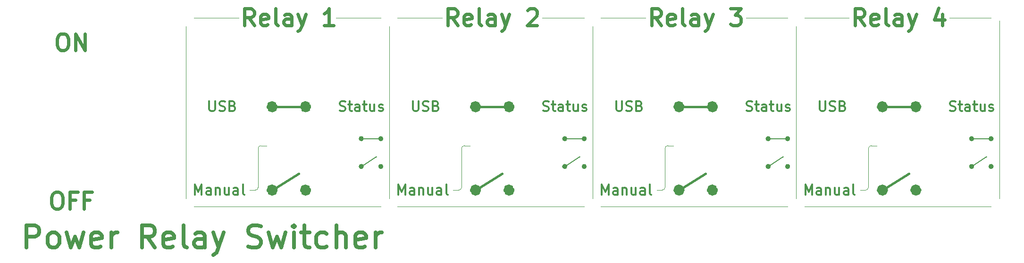
<source format=gto>
%TF.GenerationSoftware,KiCad,Pcbnew,5.1.10-88a1d61d58~90~ubuntu20.04.1*%
%TF.CreationDate,2021-10-18T00:15:20+03:00*%
%TF.ProjectId,PRS_front_panel,5052535f-6672-46f6-9e74-5f70616e656c,rev?*%
%TF.SameCoordinates,Original*%
%TF.FileFunction,Legend,Top*%
%TF.FilePolarity,Positive*%
%FSLAX46Y46*%
G04 Gerber Fmt 4.6, Leading zero omitted, Abs format (unit mm)*
G04 Created by KiCad (PCBNEW 5.1.10-88a1d61d58~90~ubuntu20.04.1) date 2021-10-18 00:15:20*
%MOMM*%
%LPD*%
G01*
G04 APERTURE LIST*
%ADD10C,0.120000*%
%ADD11C,0.600000*%
%ADD12C,0.200000*%
%ADD13C,0.400000*%
%ADD14C,0.350000*%
%ADD15C,1.000000*%
%ADD16C,0.700000*%
G04 APERTURE END LIST*
D10*
X239000000Y-88500000D02*
X239000000Y-56500000D01*
D11*
X214785714Y-57357142D02*
X213785714Y-55928571D01*
X213071428Y-57357142D02*
X213071428Y-54357142D01*
X214214285Y-54357142D01*
X214500000Y-54500000D01*
X214642857Y-54642857D01*
X214785714Y-54928571D01*
X214785714Y-55357142D01*
X214642857Y-55642857D01*
X214500000Y-55785714D01*
X214214285Y-55928571D01*
X213071428Y-55928571D01*
X217214285Y-57214285D02*
X216928571Y-57357142D01*
X216357142Y-57357142D01*
X216071428Y-57214285D01*
X215928571Y-56928571D01*
X215928571Y-55785714D01*
X216071428Y-55500000D01*
X216357142Y-55357142D01*
X216928571Y-55357142D01*
X217214285Y-55500000D01*
X217357142Y-55785714D01*
X217357142Y-56071428D01*
X215928571Y-56357142D01*
X219071428Y-57357142D02*
X218785714Y-57214285D01*
X218642857Y-56928571D01*
X218642857Y-54357142D01*
X221500000Y-57357142D02*
X221500000Y-55785714D01*
X221357142Y-55500000D01*
X221071428Y-55357142D01*
X220500000Y-55357142D01*
X220214285Y-55500000D01*
X221500000Y-57214285D02*
X221214285Y-57357142D01*
X220500000Y-57357142D01*
X220214285Y-57214285D01*
X220071428Y-56928571D01*
X220071428Y-56642857D01*
X220214285Y-56357142D01*
X220500000Y-56214285D01*
X221214285Y-56214285D01*
X221500000Y-56071428D01*
X222642857Y-55357142D02*
X223357142Y-57357142D01*
X224071428Y-55357142D02*
X223357142Y-57357142D01*
X223071428Y-58071428D01*
X222928571Y-58214285D01*
X222642857Y-58357142D01*
X228785714Y-55357142D02*
X228785714Y-57357142D01*
X228071428Y-54214285D02*
X227357142Y-56357142D01*
X229214285Y-56357142D01*
X178285714Y-57357142D02*
X177285714Y-55928571D01*
X176571428Y-57357142D02*
X176571428Y-54357142D01*
X177714285Y-54357142D01*
X178000000Y-54500000D01*
X178142857Y-54642857D01*
X178285714Y-54928571D01*
X178285714Y-55357142D01*
X178142857Y-55642857D01*
X178000000Y-55785714D01*
X177714285Y-55928571D01*
X176571428Y-55928571D01*
X180714285Y-57214285D02*
X180428571Y-57357142D01*
X179857142Y-57357142D01*
X179571428Y-57214285D01*
X179428571Y-56928571D01*
X179428571Y-55785714D01*
X179571428Y-55500000D01*
X179857142Y-55357142D01*
X180428571Y-55357142D01*
X180714285Y-55500000D01*
X180857142Y-55785714D01*
X180857142Y-56071428D01*
X179428571Y-56357142D01*
X182571428Y-57357142D02*
X182285714Y-57214285D01*
X182142857Y-56928571D01*
X182142857Y-54357142D01*
X185000000Y-57357142D02*
X185000000Y-55785714D01*
X184857142Y-55500000D01*
X184571428Y-55357142D01*
X184000000Y-55357142D01*
X183714285Y-55500000D01*
X185000000Y-57214285D02*
X184714285Y-57357142D01*
X184000000Y-57357142D01*
X183714285Y-57214285D01*
X183571428Y-56928571D01*
X183571428Y-56642857D01*
X183714285Y-56357142D01*
X184000000Y-56214285D01*
X184714285Y-56214285D01*
X185000000Y-56071428D01*
X186142857Y-55357142D02*
X186857142Y-57357142D01*
X187571428Y-55357142D02*
X186857142Y-57357142D01*
X186571428Y-58071428D01*
X186428571Y-58214285D01*
X186142857Y-58357142D01*
X190714285Y-54357142D02*
X192571428Y-54357142D01*
X191571428Y-55500000D01*
X192000000Y-55500000D01*
X192285714Y-55642857D01*
X192428571Y-55785714D01*
X192571428Y-56071428D01*
X192571428Y-56785714D01*
X192428571Y-57071428D01*
X192285714Y-57214285D01*
X192000000Y-57357142D01*
X191142857Y-57357142D01*
X190857142Y-57214285D01*
X190714285Y-57071428D01*
D12*
X234000000Y-77750000D02*
X237500000Y-77750000D01*
D13*
X218000000Y-87000000D02*
X222750000Y-84000000D01*
D10*
X204000000Y-56000000D02*
X212000000Y-56000000D01*
D14*
X230100000Y-72728571D02*
X230357142Y-72814285D01*
X230785714Y-72814285D01*
X230957142Y-72728571D01*
X231042857Y-72642857D01*
X231128571Y-72471428D01*
X231128571Y-72300000D01*
X231042857Y-72128571D01*
X230957142Y-72042857D01*
X230785714Y-71957142D01*
X230442857Y-71871428D01*
X230271428Y-71785714D01*
X230185714Y-71700000D01*
X230100000Y-71528571D01*
X230100000Y-71357142D01*
X230185714Y-71185714D01*
X230271428Y-71100000D01*
X230442857Y-71014285D01*
X230871428Y-71014285D01*
X231128571Y-71100000D01*
X231642857Y-71614285D02*
X232328571Y-71614285D01*
X231900000Y-71014285D02*
X231900000Y-72557142D01*
X231985714Y-72728571D01*
X232157142Y-72814285D01*
X232328571Y-72814285D01*
X233700000Y-72814285D02*
X233700000Y-71871428D01*
X233614285Y-71700000D01*
X233442857Y-71614285D01*
X233100000Y-71614285D01*
X232928571Y-71700000D01*
X233700000Y-72728571D02*
X233528571Y-72814285D01*
X233100000Y-72814285D01*
X232928571Y-72728571D01*
X232842857Y-72557142D01*
X232842857Y-72385714D01*
X232928571Y-72214285D01*
X233100000Y-72128571D01*
X233528571Y-72128571D01*
X233700000Y-72042857D01*
X234300000Y-71614285D02*
X234985714Y-71614285D01*
X234557142Y-71014285D02*
X234557142Y-72557142D01*
X234642857Y-72728571D01*
X234814285Y-72814285D01*
X234985714Y-72814285D01*
X236357142Y-71614285D02*
X236357142Y-72814285D01*
X235585714Y-71614285D02*
X235585714Y-72557142D01*
X235671428Y-72728571D01*
X235842857Y-72814285D01*
X236100000Y-72814285D01*
X236271428Y-72728571D01*
X236357142Y-72642857D01*
X237128571Y-72728571D02*
X237300000Y-72814285D01*
X237642857Y-72814285D01*
X237814285Y-72728571D01*
X237900000Y-72557142D01*
X237900000Y-72471428D01*
X237814285Y-72300000D01*
X237642857Y-72214285D01*
X237385714Y-72214285D01*
X237214285Y-72128571D01*
X237128571Y-71957142D01*
X237128571Y-71871428D01*
X237214285Y-71700000D01*
X237385714Y-71614285D01*
X237642857Y-71614285D01*
X237814285Y-71700000D01*
D10*
X215500000Y-86500000D02*
X215500000Y-79500000D01*
X230000000Y-56000000D02*
X237500000Y-56000000D01*
D15*
X218500000Y-87000000D02*
G75*
G03*
X218500000Y-87000000I-500000J0D01*
G01*
D10*
X214000000Y-87000000D02*
X215000000Y-87000000D01*
X204000000Y-90000000D02*
X237500000Y-90000000D01*
D15*
X218500000Y-72000000D02*
G75*
G03*
X218500000Y-72000000I-500000J0D01*
G01*
D13*
X218000000Y-72000000D02*
X224000000Y-72000000D01*
X234250000Y-82750000D02*
G75*
G03*
X234250000Y-82750000I-250000J0D01*
G01*
D10*
X216000000Y-79000000D02*
X217000000Y-79000000D01*
D15*
X224500000Y-72000000D02*
G75*
G03*
X224500000Y-72000000I-500000J0D01*
G01*
X224500000Y-87000000D02*
G75*
G03*
X224500000Y-87000000I-500000J0D01*
G01*
D13*
X237750000Y-82750000D02*
G75*
G03*
X237750000Y-82750000I-250000J0D01*
G01*
X237750000Y-77750000D02*
G75*
G03*
X237750000Y-77750000I-250000J0D01*
G01*
D14*
X206728571Y-71014285D02*
X206728571Y-72471428D01*
X206814285Y-72642857D01*
X206900000Y-72728571D01*
X207071428Y-72814285D01*
X207414285Y-72814285D01*
X207585714Y-72728571D01*
X207671428Y-72642857D01*
X207757142Y-72471428D01*
X207757142Y-71014285D01*
X208528571Y-72728571D02*
X208785714Y-72814285D01*
X209214285Y-72814285D01*
X209385714Y-72728571D01*
X209471428Y-72642857D01*
X209557142Y-72471428D01*
X209557142Y-72300000D01*
X209471428Y-72128571D01*
X209385714Y-72042857D01*
X209214285Y-71957142D01*
X208871428Y-71871428D01*
X208700000Y-71785714D01*
X208614285Y-71700000D01*
X208528571Y-71528571D01*
X208528571Y-71357142D01*
X208614285Y-71185714D01*
X208700000Y-71100000D01*
X208871428Y-71014285D01*
X209300000Y-71014285D01*
X209557142Y-71100000D01*
X210928571Y-71871428D02*
X211185714Y-71957142D01*
X211271428Y-72042857D01*
X211357142Y-72214285D01*
X211357142Y-72471428D01*
X211271428Y-72642857D01*
X211185714Y-72728571D01*
X211014285Y-72814285D01*
X210328571Y-72814285D01*
X210328571Y-71014285D01*
X210928571Y-71014285D01*
X211100000Y-71100000D01*
X211185714Y-71185714D01*
X211271428Y-71357142D01*
X211271428Y-71528571D01*
X211185714Y-71700000D01*
X211100000Y-71785714D01*
X210928571Y-71871428D01*
X210328571Y-71871428D01*
D12*
X234000000Y-82750000D02*
X236750000Y-81000000D01*
D10*
X237250000Y-82750000D02*
X237500000Y-82750000D01*
X202500000Y-88500000D02*
X202500000Y-57500000D01*
D13*
X234250000Y-77750000D02*
G75*
G03*
X234250000Y-77750000I-250000J0D01*
G01*
D14*
X204171428Y-87814285D02*
X204171428Y-86014285D01*
X204771428Y-87300000D01*
X205371428Y-86014285D01*
X205371428Y-87814285D01*
X207000000Y-87814285D02*
X207000000Y-86871428D01*
X206914285Y-86700000D01*
X206742857Y-86614285D01*
X206400000Y-86614285D01*
X206228571Y-86700000D01*
X207000000Y-87728571D02*
X206828571Y-87814285D01*
X206400000Y-87814285D01*
X206228571Y-87728571D01*
X206142857Y-87557142D01*
X206142857Y-87385714D01*
X206228571Y-87214285D01*
X206400000Y-87128571D01*
X206828571Y-87128571D01*
X207000000Y-87042857D01*
X207857142Y-86614285D02*
X207857142Y-87814285D01*
X207857142Y-86785714D02*
X207942857Y-86700000D01*
X208114285Y-86614285D01*
X208371428Y-86614285D01*
X208542857Y-86700000D01*
X208628571Y-86871428D01*
X208628571Y-87814285D01*
X210257142Y-86614285D02*
X210257142Y-87814285D01*
X209485714Y-86614285D02*
X209485714Y-87557142D01*
X209571428Y-87728571D01*
X209742857Y-87814285D01*
X210000000Y-87814285D01*
X210171428Y-87728571D01*
X210257142Y-87642857D01*
X211885714Y-87814285D02*
X211885714Y-86871428D01*
X211800000Y-86700000D01*
X211628571Y-86614285D01*
X211285714Y-86614285D01*
X211114285Y-86700000D01*
X211885714Y-87728571D02*
X211714285Y-87814285D01*
X211285714Y-87814285D01*
X211114285Y-87728571D01*
X211028571Y-87557142D01*
X211028571Y-87385714D01*
X211114285Y-87214285D01*
X211285714Y-87128571D01*
X211714285Y-87128571D01*
X211885714Y-87042857D01*
X213000000Y-87814285D02*
X212828571Y-87728571D01*
X212742857Y-87557142D01*
X212742857Y-86014285D01*
D10*
X215500000Y-86500000D02*
G75*
G02*
X215000000Y-87000000I-500000J0D01*
G01*
X215500000Y-79500000D02*
G75*
G02*
X216000000Y-79000000I500000J0D01*
G01*
D12*
X197500000Y-77750000D02*
X201000000Y-77750000D01*
D13*
X181500000Y-87000000D02*
X186250000Y-84000000D01*
D10*
X167500000Y-56000000D02*
X175500000Y-56000000D01*
D14*
X193600000Y-72728571D02*
X193857142Y-72814285D01*
X194285714Y-72814285D01*
X194457142Y-72728571D01*
X194542857Y-72642857D01*
X194628571Y-72471428D01*
X194628571Y-72300000D01*
X194542857Y-72128571D01*
X194457142Y-72042857D01*
X194285714Y-71957142D01*
X193942857Y-71871428D01*
X193771428Y-71785714D01*
X193685714Y-71700000D01*
X193600000Y-71528571D01*
X193600000Y-71357142D01*
X193685714Y-71185714D01*
X193771428Y-71100000D01*
X193942857Y-71014285D01*
X194371428Y-71014285D01*
X194628571Y-71100000D01*
X195142857Y-71614285D02*
X195828571Y-71614285D01*
X195400000Y-71014285D02*
X195400000Y-72557142D01*
X195485714Y-72728571D01*
X195657142Y-72814285D01*
X195828571Y-72814285D01*
X197200000Y-72814285D02*
X197200000Y-71871428D01*
X197114285Y-71700000D01*
X196942857Y-71614285D01*
X196600000Y-71614285D01*
X196428571Y-71700000D01*
X197200000Y-72728571D02*
X197028571Y-72814285D01*
X196600000Y-72814285D01*
X196428571Y-72728571D01*
X196342857Y-72557142D01*
X196342857Y-72385714D01*
X196428571Y-72214285D01*
X196600000Y-72128571D01*
X197028571Y-72128571D01*
X197200000Y-72042857D01*
X197800000Y-71614285D02*
X198485714Y-71614285D01*
X198057142Y-71014285D02*
X198057142Y-72557142D01*
X198142857Y-72728571D01*
X198314285Y-72814285D01*
X198485714Y-72814285D01*
X199857142Y-71614285D02*
X199857142Y-72814285D01*
X199085714Y-71614285D02*
X199085714Y-72557142D01*
X199171428Y-72728571D01*
X199342857Y-72814285D01*
X199600000Y-72814285D01*
X199771428Y-72728571D01*
X199857142Y-72642857D01*
X200628571Y-72728571D02*
X200800000Y-72814285D01*
X201142857Y-72814285D01*
X201314285Y-72728571D01*
X201400000Y-72557142D01*
X201400000Y-72471428D01*
X201314285Y-72300000D01*
X201142857Y-72214285D01*
X200885714Y-72214285D01*
X200714285Y-72128571D01*
X200628571Y-71957142D01*
X200628571Y-71871428D01*
X200714285Y-71700000D01*
X200885714Y-71614285D01*
X201142857Y-71614285D01*
X201314285Y-71700000D01*
D10*
X179000000Y-86500000D02*
X179000000Y-79500000D01*
X193500000Y-56000000D02*
X201000000Y-56000000D01*
D15*
X182000000Y-87000000D02*
G75*
G03*
X182000000Y-87000000I-500000J0D01*
G01*
D10*
X177500000Y-87000000D02*
X178500000Y-87000000D01*
X167500000Y-90000000D02*
X201000000Y-90000000D01*
D15*
X182000000Y-72000000D02*
G75*
G03*
X182000000Y-72000000I-500000J0D01*
G01*
D13*
X181500000Y-72000000D02*
X187500000Y-72000000D01*
X197750000Y-82750000D02*
G75*
G03*
X197750000Y-82750000I-250000J0D01*
G01*
D10*
X179500000Y-79000000D02*
X180500000Y-79000000D01*
D15*
X188000000Y-72000000D02*
G75*
G03*
X188000000Y-72000000I-500000J0D01*
G01*
X188000000Y-87000000D02*
G75*
G03*
X188000000Y-87000000I-500000J0D01*
G01*
D13*
X201250000Y-82750000D02*
G75*
G03*
X201250000Y-82750000I-250000J0D01*
G01*
X201250000Y-77750000D02*
G75*
G03*
X201250000Y-77750000I-250000J0D01*
G01*
D14*
X170228571Y-71014285D02*
X170228571Y-72471428D01*
X170314285Y-72642857D01*
X170400000Y-72728571D01*
X170571428Y-72814285D01*
X170914285Y-72814285D01*
X171085714Y-72728571D01*
X171171428Y-72642857D01*
X171257142Y-72471428D01*
X171257142Y-71014285D01*
X172028571Y-72728571D02*
X172285714Y-72814285D01*
X172714285Y-72814285D01*
X172885714Y-72728571D01*
X172971428Y-72642857D01*
X173057142Y-72471428D01*
X173057142Y-72300000D01*
X172971428Y-72128571D01*
X172885714Y-72042857D01*
X172714285Y-71957142D01*
X172371428Y-71871428D01*
X172200000Y-71785714D01*
X172114285Y-71700000D01*
X172028571Y-71528571D01*
X172028571Y-71357142D01*
X172114285Y-71185714D01*
X172200000Y-71100000D01*
X172371428Y-71014285D01*
X172800000Y-71014285D01*
X173057142Y-71100000D01*
X174428571Y-71871428D02*
X174685714Y-71957142D01*
X174771428Y-72042857D01*
X174857142Y-72214285D01*
X174857142Y-72471428D01*
X174771428Y-72642857D01*
X174685714Y-72728571D01*
X174514285Y-72814285D01*
X173828571Y-72814285D01*
X173828571Y-71014285D01*
X174428571Y-71014285D01*
X174600000Y-71100000D01*
X174685714Y-71185714D01*
X174771428Y-71357142D01*
X174771428Y-71528571D01*
X174685714Y-71700000D01*
X174600000Y-71785714D01*
X174428571Y-71871428D01*
X173828571Y-71871428D01*
D12*
X197500000Y-82750000D02*
X200250000Y-81000000D01*
D10*
X200750000Y-82750000D02*
X201000000Y-82750000D01*
X166000000Y-88500000D02*
X166000000Y-57500000D01*
D13*
X197750000Y-77750000D02*
G75*
G03*
X197750000Y-77750000I-250000J0D01*
G01*
D14*
X167671428Y-87814285D02*
X167671428Y-86014285D01*
X168271428Y-87300000D01*
X168871428Y-86014285D01*
X168871428Y-87814285D01*
X170500000Y-87814285D02*
X170500000Y-86871428D01*
X170414285Y-86700000D01*
X170242857Y-86614285D01*
X169900000Y-86614285D01*
X169728571Y-86700000D01*
X170500000Y-87728571D02*
X170328571Y-87814285D01*
X169900000Y-87814285D01*
X169728571Y-87728571D01*
X169642857Y-87557142D01*
X169642857Y-87385714D01*
X169728571Y-87214285D01*
X169900000Y-87128571D01*
X170328571Y-87128571D01*
X170500000Y-87042857D01*
X171357142Y-86614285D02*
X171357142Y-87814285D01*
X171357142Y-86785714D02*
X171442857Y-86700000D01*
X171614285Y-86614285D01*
X171871428Y-86614285D01*
X172042857Y-86700000D01*
X172128571Y-86871428D01*
X172128571Y-87814285D01*
X173757142Y-86614285D02*
X173757142Y-87814285D01*
X172985714Y-86614285D02*
X172985714Y-87557142D01*
X173071428Y-87728571D01*
X173242857Y-87814285D01*
X173500000Y-87814285D01*
X173671428Y-87728571D01*
X173757142Y-87642857D01*
X175385714Y-87814285D02*
X175385714Y-86871428D01*
X175300000Y-86700000D01*
X175128571Y-86614285D01*
X174785714Y-86614285D01*
X174614285Y-86700000D01*
X175385714Y-87728571D02*
X175214285Y-87814285D01*
X174785714Y-87814285D01*
X174614285Y-87728571D01*
X174528571Y-87557142D01*
X174528571Y-87385714D01*
X174614285Y-87214285D01*
X174785714Y-87128571D01*
X175214285Y-87128571D01*
X175385714Y-87042857D01*
X176500000Y-87814285D02*
X176328571Y-87728571D01*
X176242857Y-87557142D01*
X176242857Y-86014285D01*
D10*
X179000000Y-86500000D02*
G75*
G02*
X178500000Y-87000000I-500000J0D01*
G01*
X179000000Y-79500000D02*
G75*
G02*
X179500000Y-79000000I500000J0D01*
G01*
D12*
X161000000Y-77750000D02*
X164500000Y-77750000D01*
D10*
X164250000Y-82750000D02*
X164500000Y-82750000D01*
D13*
X164750000Y-77750000D02*
G75*
G03*
X164750000Y-77750000I-250000J0D01*
G01*
X161250000Y-82750000D02*
G75*
G03*
X161250000Y-82750000I-250000J0D01*
G01*
X164750000Y-82750000D02*
G75*
G03*
X164750000Y-82750000I-250000J0D01*
G01*
X161250000Y-77750000D02*
G75*
G03*
X161250000Y-77750000I-250000J0D01*
G01*
D12*
X161000000Y-82750000D02*
X163750000Y-81000000D01*
D13*
X145000000Y-87000000D02*
X149750000Y-84000000D01*
D10*
X127750000Y-82750000D02*
X128000000Y-82750000D01*
D12*
X124500000Y-82750000D02*
X127250000Y-81000000D01*
D13*
X128250000Y-82750000D02*
G75*
G03*
X128250000Y-82750000I-250000J0D01*
G01*
X124750000Y-82750000D02*
G75*
G03*
X124750000Y-82750000I-250000J0D01*
G01*
D12*
X124500000Y-77750000D02*
X128000000Y-77750000D01*
D13*
X128250000Y-77750000D02*
G75*
G03*
X128250000Y-77750000I-250000J0D01*
G01*
X124750000Y-77750000D02*
G75*
G03*
X124750000Y-77750000I-250000J0D01*
G01*
D11*
X141785714Y-57357142D02*
X140785714Y-55928571D01*
X140071428Y-57357142D02*
X140071428Y-54357142D01*
X141214285Y-54357142D01*
X141500000Y-54500000D01*
X141642857Y-54642857D01*
X141785714Y-54928571D01*
X141785714Y-55357142D01*
X141642857Y-55642857D01*
X141500000Y-55785714D01*
X141214285Y-55928571D01*
X140071428Y-55928571D01*
X144214285Y-57214285D02*
X143928571Y-57357142D01*
X143357142Y-57357142D01*
X143071428Y-57214285D01*
X142928571Y-56928571D01*
X142928571Y-55785714D01*
X143071428Y-55500000D01*
X143357142Y-55357142D01*
X143928571Y-55357142D01*
X144214285Y-55500000D01*
X144357142Y-55785714D01*
X144357142Y-56071428D01*
X142928571Y-56357142D01*
X146071428Y-57357142D02*
X145785714Y-57214285D01*
X145642857Y-56928571D01*
X145642857Y-54357142D01*
X148500000Y-57357142D02*
X148500000Y-55785714D01*
X148357142Y-55500000D01*
X148071428Y-55357142D01*
X147500000Y-55357142D01*
X147214285Y-55500000D01*
X148500000Y-57214285D02*
X148214285Y-57357142D01*
X147500000Y-57357142D01*
X147214285Y-57214285D01*
X147071428Y-56928571D01*
X147071428Y-56642857D01*
X147214285Y-56357142D01*
X147500000Y-56214285D01*
X148214285Y-56214285D01*
X148500000Y-56071428D01*
X149642857Y-55357142D02*
X150357142Y-57357142D01*
X151071428Y-55357142D02*
X150357142Y-57357142D01*
X150071428Y-58071428D01*
X149928571Y-58214285D01*
X149642857Y-58357142D01*
X154357142Y-54642857D02*
X154500000Y-54500000D01*
X154785714Y-54357142D01*
X155500000Y-54357142D01*
X155785714Y-54500000D01*
X155928571Y-54642857D01*
X156071428Y-54928571D01*
X156071428Y-55214285D01*
X155928571Y-55642857D01*
X154214285Y-57357142D01*
X156071428Y-57357142D01*
D10*
X131000000Y-56000000D02*
X139000000Y-56000000D01*
X157000000Y-56000000D02*
X164500000Y-56000000D01*
X120000000Y-56000000D02*
X128000000Y-56000000D01*
X131000000Y-90000000D02*
X164500000Y-90000000D01*
X94500000Y-90000000D02*
X128000000Y-90000000D01*
X93000000Y-88500000D02*
X93000000Y-57500000D01*
X94500000Y-56000000D02*
X102500000Y-56000000D01*
X129500000Y-88500000D02*
X129500000Y-57500000D01*
D13*
X145000000Y-72000000D02*
X151000000Y-72000000D01*
D15*
X145500000Y-72000000D02*
G75*
G03*
X145500000Y-72000000I-500000J0D01*
G01*
D10*
X143000000Y-79000000D02*
X144000000Y-79000000D01*
D15*
X145500000Y-87000000D02*
G75*
G03*
X145500000Y-87000000I-500000J0D01*
G01*
D10*
X142500000Y-86500000D02*
X142500000Y-79500000D01*
D15*
X151500000Y-87000000D02*
G75*
G03*
X151500000Y-87000000I-500000J0D01*
G01*
D10*
X142500000Y-79500000D02*
G75*
G02*
X143000000Y-79000000I500000J0D01*
G01*
X142500000Y-86500000D02*
G75*
G02*
X142000000Y-87000000I-500000J0D01*
G01*
D14*
X133728571Y-71014285D02*
X133728571Y-72471428D01*
X133814285Y-72642857D01*
X133900000Y-72728571D01*
X134071428Y-72814285D01*
X134414285Y-72814285D01*
X134585714Y-72728571D01*
X134671428Y-72642857D01*
X134757142Y-72471428D01*
X134757142Y-71014285D01*
X135528571Y-72728571D02*
X135785714Y-72814285D01*
X136214285Y-72814285D01*
X136385714Y-72728571D01*
X136471428Y-72642857D01*
X136557142Y-72471428D01*
X136557142Y-72300000D01*
X136471428Y-72128571D01*
X136385714Y-72042857D01*
X136214285Y-71957142D01*
X135871428Y-71871428D01*
X135700000Y-71785714D01*
X135614285Y-71700000D01*
X135528571Y-71528571D01*
X135528571Y-71357142D01*
X135614285Y-71185714D01*
X135700000Y-71100000D01*
X135871428Y-71014285D01*
X136300000Y-71014285D01*
X136557142Y-71100000D01*
X137928571Y-71871428D02*
X138185714Y-71957142D01*
X138271428Y-72042857D01*
X138357142Y-72214285D01*
X138357142Y-72471428D01*
X138271428Y-72642857D01*
X138185714Y-72728571D01*
X138014285Y-72814285D01*
X137328571Y-72814285D01*
X137328571Y-71014285D01*
X137928571Y-71014285D01*
X138100000Y-71100000D01*
X138185714Y-71185714D01*
X138271428Y-71357142D01*
X138271428Y-71528571D01*
X138185714Y-71700000D01*
X138100000Y-71785714D01*
X137928571Y-71871428D01*
X137328571Y-71871428D01*
D10*
X141000000Y-87000000D02*
X142000000Y-87000000D01*
D15*
X151500000Y-72000000D02*
G75*
G03*
X151500000Y-72000000I-500000J0D01*
G01*
D14*
X157100000Y-72728571D02*
X157357142Y-72814285D01*
X157785714Y-72814285D01*
X157957142Y-72728571D01*
X158042857Y-72642857D01*
X158128571Y-72471428D01*
X158128571Y-72300000D01*
X158042857Y-72128571D01*
X157957142Y-72042857D01*
X157785714Y-71957142D01*
X157442857Y-71871428D01*
X157271428Y-71785714D01*
X157185714Y-71700000D01*
X157100000Y-71528571D01*
X157100000Y-71357142D01*
X157185714Y-71185714D01*
X157271428Y-71100000D01*
X157442857Y-71014285D01*
X157871428Y-71014285D01*
X158128571Y-71100000D01*
X158642857Y-71614285D02*
X159328571Y-71614285D01*
X158900000Y-71014285D02*
X158900000Y-72557142D01*
X158985714Y-72728571D01*
X159157142Y-72814285D01*
X159328571Y-72814285D01*
X160700000Y-72814285D02*
X160700000Y-71871428D01*
X160614285Y-71700000D01*
X160442857Y-71614285D01*
X160100000Y-71614285D01*
X159928571Y-71700000D01*
X160700000Y-72728571D02*
X160528571Y-72814285D01*
X160100000Y-72814285D01*
X159928571Y-72728571D01*
X159842857Y-72557142D01*
X159842857Y-72385714D01*
X159928571Y-72214285D01*
X160100000Y-72128571D01*
X160528571Y-72128571D01*
X160700000Y-72042857D01*
X161300000Y-71614285D02*
X161985714Y-71614285D01*
X161557142Y-71014285D02*
X161557142Y-72557142D01*
X161642857Y-72728571D01*
X161814285Y-72814285D01*
X161985714Y-72814285D01*
X163357142Y-71614285D02*
X163357142Y-72814285D01*
X162585714Y-71614285D02*
X162585714Y-72557142D01*
X162671428Y-72728571D01*
X162842857Y-72814285D01*
X163100000Y-72814285D01*
X163271428Y-72728571D01*
X163357142Y-72642857D01*
X164128571Y-72728571D02*
X164300000Y-72814285D01*
X164642857Y-72814285D01*
X164814285Y-72728571D01*
X164900000Y-72557142D01*
X164900000Y-72471428D01*
X164814285Y-72300000D01*
X164642857Y-72214285D01*
X164385714Y-72214285D01*
X164214285Y-72128571D01*
X164128571Y-71957142D01*
X164128571Y-71871428D01*
X164214285Y-71700000D01*
X164385714Y-71614285D01*
X164642857Y-71614285D01*
X164814285Y-71700000D01*
X131171428Y-87814285D02*
X131171428Y-86014285D01*
X131771428Y-87300000D01*
X132371428Y-86014285D01*
X132371428Y-87814285D01*
X134000000Y-87814285D02*
X134000000Y-86871428D01*
X133914285Y-86700000D01*
X133742857Y-86614285D01*
X133400000Y-86614285D01*
X133228571Y-86700000D01*
X134000000Y-87728571D02*
X133828571Y-87814285D01*
X133400000Y-87814285D01*
X133228571Y-87728571D01*
X133142857Y-87557142D01*
X133142857Y-87385714D01*
X133228571Y-87214285D01*
X133400000Y-87128571D01*
X133828571Y-87128571D01*
X134000000Y-87042857D01*
X134857142Y-86614285D02*
X134857142Y-87814285D01*
X134857142Y-86785714D02*
X134942857Y-86700000D01*
X135114285Y-86614285D01*
X135371428Y-86614285D01*
X135542857Y-86700000D01*
X135628571Y-86871428D01*
X135628571Y-87814285D01*
X137257142Y-86614285D02*
X137257142Y-87814285D01*
X136485714Y-86614285D02*
X136485714Y-87557142D01*
X136571428Y-87728571D01*
X136742857Y-87814285D01*
X137000000Y-87814285D01*
X137171428Y-87728571D01*
X137257142Y-87642857D01*
X138885714Y-87814285D02*
X138885714Y-86871428D01*
X138800000Y-86700000D01*
X138628571Y-86614285D01*
X138285714Y-86614285D01*
X138114285Y-86700000D01*
X138885714Y-87728571D02*
X138714285Y-87814285D01*
X138285714Y-87814285D01*
X138114285Y-87728571D01*
X138028571Y-87557142D01*
X138028571Y-87385714D01*
X138114285Y-87214285D01*
X138285714Y-87128571D01*
X138714285Y-87128571D01*
X138885714Y-87042857D01*
X140000000Y-87814285D02*
X139828571Y-87728571D01*
X139742857Y-87557142D01*
X139742857Y-86014285D01*
D10*
X104500000Y-87000000D02*
X105500000Y-87000000D01*
X106500000Y-79000000D02*
X107500000Y-79000000D01*
X106000000Y-86500000D02*
X106000000Y-79500000D01*
X106000000Y-86500000D02*
G75*
G02*
X105500000Y-87000000I-500000J0D01*
G01*
X106000000Y-79500000D02*
G75*
G02*
X106500000Y-79000000I500000J0D01*
G01*
D14*
X120600000Y-72728571D02*
X120857142Y-72814285D01*
X121285714Y-72814285D01*
X121457142Y-72728571D01*
X121542857Y-72642857D01*
X121628571Y-72471428D01*
X121628571Y-72300000D01*
X121542857Y-72128571D01*
X121457142Y-72042857D01*
X121285714Y-71957142D01*
X120942857Y-71871428D01*
X120771428Y-71785714D01*
X120685714Y-71700000D01*
X120600000Y-71528571D01*
X120600000Y-71357142D01*
X120685714Y-71185714D01*
X120771428Y-71100000D01*
X120942857Y-71014285D01*
X121371428Y-71014285D01*
X121628571Y-71100000D01*
X122142857Y-71614285D02*
X122828571Y-71614285D01*
X122400000Y-71014285D02*
X122400000Y-72557142D01*
X122485714Y-72728571D01*
X122657142Y-72814285D01*
X122828571Y-72814285D01*
X124200000Y-72814285D02*
X124200000Y-71871428D01*
X124114285Y-71700000D01*
X123942857Y-71614285D01*
X123600000Y-71614285D01*
X123428571Y-71700000D01*
X124200000Y-72728571D02*
X124028571Y-72814285D01*
X123600000Y-72814285D01*
X123428571Y-72728571D01*
X123342857Y-72557142D01*
X123342857Y-72385714D01*
X123428571Y-72214285D01*
X123600000Y-72128571D01*
X124028571Y-72128571D01*
X124200000Y-72042857D01*
X124800000Y-71614285D02*
X125485714Y-71614285D01*
X125057142Y-71014285D02*
X125057142Y-72557142D01*
X125142857Y-72728571D01*
X125314285Y-72814285D01*
X125485714Y-72814285D01*
X126857142Y-71614285D02*
X126857142Y-72814285D01*
X126085714Y-71614285D02*
X126085714Y-72557142D01*
X126171428Y-72728571D01*
X126342857Y-72814285D01*
X126600000Y-72814285D01*
X126771428Y-72728571D01*
X126857142Y-72642857D01*
X127628571Y-72728571D02*
X127800000Y-72814285D01*
X128142857Y-72814285D01*
X128314285Y-72728571D01*
X128400000Y-72557142D01*
X128400000Y-72471428D01*
X128314285Y-72300000D01*
X128142857Y-72214285D01*
X127885714Y-72214285D01*
X127714285Y-72128571D01*
X127628571Y-71957142D01*
X127628571Y-71871428D01*
X127714285Y-71700000D01*
X127885714Y-71614285D01*
X128142857Y-71614285D01*
X128314285Y-71700000D01*
D13*
X108500000Y-72000000D02*
X114500000Y-72000000D01*
D15*
X109000000Y-72000000D02*
G75*
G03*
X109000000Y-72000000I-500000J0D01*
G01*
X115000000Y-72000000D02*
G75*
G03*
X115000000Y-72000000I-500000J0D01*
G01*
D13*
X108500000Y-87000000D02*
X113250000Y-84000000D01*
D15*
X115000000Y-87000000D02*
G75*
G03*
X115000000Y-87000000I-500000J0D01*
G01*
X109000000Y-87000000D02*
G75*
G03*
X109000000Y-87000000I-500000J0D01*
G01*
D14*
X97228571Y-71014285D02*
X97228571Y-72471428D01*
X97314285Y-72642857D01*
X97400000Y-72728571D01*
X97571428Y-72814285D01*
X97914285Y-72814285D01*
X98085714Y-72728571D01*
X98171428Y-72642857D01*
X98257142Y-72471428D01*
X98257142Y-71014285D01*
X99028571Y-72728571D02*
X99285714Y-72814285D01*
X99714285Y-72814285D01*
X99885714Y-72728571D01*
X99971428Y-72642857D01*
X100057142Y-72471428D01*
X100057142Y-72300000D01*
X99971428Y-72128571D01*
X99885714Y-72042857D01*
X99714285Y-71957142D01*
X99371428Y-71871428D01*
X99200000Y-71785714D01*
X99114285Y-71700000D01*
X99028571Y-71528571D01*
X99028571Y-71357142D01*
X99114285Y-71185714D01*
X99200000Y-71100000D01*
X99371428Y-71014285D01*
X99800000Y-71014285D01*
X100057142Y-71100000D01*
X101428571Y-71871428D02*
X101685714Y-71957142D01*
X101771428Y-72042857D01*
X101857142Y-72214285D01*
X101857142Y-72471428D01*
X101771428Y-72642857D01*
X101685714Y-72728571D01*
X101514285Y-72814285D01*
X100828571Y-72814285D01*
X100828571Y-71014285D01*
X101428571Y-71014285D01*
X101600000Y-71100000D01*
X101685714Y-71185714D01*
X101771428Y-71357142D01*
X101771428Y-71528571D01*
X101685714Y-71700000D01*
X101600000Y-71785714D01*
X101428571Y-71871428D01*
X100828571Y-71871428D01*
X94671428Y-87814285D02*
X94671428Y-86014285D01*
X95271428Y-87300000D01*
X95871428Y-86014285D01*
X95871428Y-87814285D01*
X97500000Y-87814285D02*
X97500000Y-86871428D01*
X97414285Y-86700000D01*
X97242857Y-86614285D01*
X96900000Y-86614285D01*
X96728571Y-86700000D01*
X97500000Y-87728571D02*
X97328571Y-87814285D01*
X96900000Y-87814285D01*
X96728571Y-87728571D01*
X96642857Y-87557142D01*
X96642857Y-87385714D01*
X96728571Y-87214285D01*
X96900000Y-87128571D01*
X97328571Y-87128571D01*
X97500000Y-87042857D01*
X98357142Y-86614285D02*
X98357142Y-87814285D01*
X98357142Y-86785714D02*
X98442857Y-86700000D01*
X98614285Y-86614285D01*
X98871428Y-86614285D01*
X99042857Y-86700000D01*
X99128571Y-86871428D01*
X99128571Y-87814285D01*
X100757142Y-86614285D02*
X100757142Y-87814285D01*
X99985714Y-86614285D02*
X99985714Y-87557142D01*
X100071428Y-87728571D01*
X100242857Y-87814285D01*
X100500000Y-87814285D01*
X100671428Y-87728571D01*
X100757142Y-87642857D01*
X102385714Y-87814285D02*
X102385714Y-86871428D01*
X102300000Y-86700000D01*
X102128571Y-86614285D01*
X101785714Y-86614285D01*
X101614285Y-86700000D01*
X102385714Y-87728571D02*
X102214285Y-87814285D01*
X101785714Y-87814285D01*
X101614285Y-87728571D01*
X101528571Y-87557142D01*
X101528571Y-87385714D01*
X101614285Y-87214285D01*
X101785714Y-87128571D01*
X102214285Y-87128571D01*
X102385714Y-87042857D01*
X103500000Y-87814285D02*
X103328571Y-87728571D01*
X103242857Y-87557142D01*
X103242857Y-86014285D01*
D11*
X105285714Y-57357142D02*
X104285714Y-55928571D01*
X103571428Y-57357142D02*
X103571428Y-54357142D01*
X104714285Y-54357142D01*
X105000000Y-54500000D01*
X105142857Y-54642857D01*
X105285714Y-54928571D01*
X105285714Y-55357142D01*
X105142857Y-55642857D01*
X105000000Y-55785714D01*
X104714285Y-55928571D01*
X103571428Y-55928571D01*
X107714285Y-57214285D02*
X107428571Y-57357142D01*
X106857142Y-57357142D01*
X106571428Y-57214285D01*
X106428571Y-56928571D01*
X106428571Y-55785714D01*
X106571428Y-55500000D01*
X106857142Y-55357142D01*
X107428571Y-55357142D01*
X107714285Y-55500000D01*
X107857142Y-55785714D01*
X107857142Y-56071428D01*
X106428571Y-56357142D01*
X109571428Y-57357142D02*
X109285714Y-57214285D01*
X109142857Y-56928571D01*
X109142857Y-54357142D01*
X112000000Y-57357142D02*
X112000000Y-55785714D01*
X111857142Y-55500000D01*
X111571428Y-55357142D01*
X111000000Y-55357142D01*
X110714285Y-55500000D01*
X112000000Y-57214285D02*
X111714285Y-57357142D01*
X111000000Y-57357142D01*
X110714285Y-57214285D01*
X110571428Y-56928571D01*
X110571428Y-56642857D01*
X110714285Y-56357142D01*
X111000000Y-56214285D01*
X111714285Y-56214285D01*
X112000000Y-56071428D01*
X113142857Y-55357142D02*
X113857142Y-57357142D01*
X114571428Y-55357142D02*
X113857142Y-57357142D01*
X113571428Y-58071428D01*
X113428571Y-58214285D01*
X113142857Y-58357142D01*
X119571428Y-57357142D02*
X117857142Y-57357142D01*
X118714285Y-57357142D02*
X118714285Y-54357142D01*
X118428571Y-54785714D01*
X118142857Y-55071428D01*
X117857142Y-55214285D01*
D16*
X64407380Y-97309523D02*
X64407380Y-93309523D01*
X65931190Y-93309523D01*
X66312142Y-93500000D01*
X66502619Y-93690476D01*
X66693095Y-94071428D01*
X66693095Y-94642857D01*
X66502619Y-95023809D01*
X66312142Y-95214285D01*
X65931190Y-95404761D01*
X64407380Y-95404761D01*
X68978809Y-97309523D02*
X68597857Y-97119047D01*
X68407380Y-96928571D01*
X68216904Y-96547619D01*
X68216904Y-95404761D01*
X68407380Y-95023809D01*
X68597857Y-94833333D01*
X68978809Y-94642857D01*
X69550238Y-94642857D01*
X69931190Y-94833333D01*
X70121666Y-95023809D01*
X70312142Y-95404761D01*
X70312142Y-96547619D01*
X70121666Y-96928571D01*
X69931190Y-97119047D01*
X69550238Y-97309523D01*
X68978809Y-97309523D01*
X71645476Y-94642857D02*
X72407380Y-97309523D01*
X73169285Y-95404761D01*
X73931190Y-97309523D01*
X74693095Y-94642857D01*
X77740714Y-97119047D02*
X77359761Y-97309523D01*
X76597857Y-97309523D01*
X76216904Y-97119047D01*
X76026428Y-96738095D01*
X76026428Y-95214285D01*
X76216904Y-94833333D01*
X76597857Y-94642857D01*
X77359761Y-94642857D01*
X77740714Y-94833333D01*
X77931190Y-95214285D01*
X77931190Y-95595238D01*
X76026428Y-95976190D01*
X79645476Y-97309523D02*
X79645476Y-94642857D01*
X79645476Y-95404761D02*
X79835952Y-95023809D01*
X80026428Y-94833333D01*
X80407380Y-94642857D01*
X80788333Y-94642857D01*
X87455000Y-97309523D02*
X86121666Y-95404761D01*
X85169285Y-97309523D02*
X85169285Y-93309523D01*
X86693095Y-93309523D01*
X87074047Y-93500000D01*
X87264523Y-93690476D01*
X87455000Y-94071428D01*
X87455000Y-94642857D01*
X87264523Y-95023809D01*
X87074047Y-95214285D01*
X86693095Y-95404761D01*
X85169285Y-95404761D01*
X90693095Y-97119047D02*
X90312142Y-97309523D01*
X89550238Y-97309523D01*
X89169285Y-97119047D01*
X88978809Y-96738095D01*
X88978809Y-95214285D01*
X89169285Y-94833333D01*
X89550238Y-94642857D01*
X90312142Y-94642857D01*
X90693095Y-94833333D01*
X90883571Y-95214285D01*
X90883571Y-95595238D01*
X88978809Y-95976190D01*
X93169285Y-97309523D02*
X92788333Y-97119047D01*
X92597857Y-96738095D01*
X92597857Y-93309523D01*
X96407380Y-97309523D02*
X96407380Y-95214285D01*
X96216904Y-94833333D01*
X95835952Y-94642857D01*
X95074047Y-94642857D01*
X94693095Y-94833333D01*
X96407380Y-97119047D02*
X96026428Y-97309523D01*
X95074047Y-97309523D01*
X94693095Y-97119047D01*
X94502619Y-96738095D01*
X94502619Y-96357142D01*
X94693095Y-95976190D01*
X95074047Y-95785714D01*
X96026428Y-95785714D01*
X96407380Y-95595238D01*
X97931190Y-94642857D02*
X98883571Y-97309523D01*
X99835952Y-94642857D02*
X98883571Y-97309523D01*
X98502619Y-98261904D01*
X98312142Y-98452380D01*
X97931190Y-98642857D01*
X104216904Y-97119047D02*
X104788333Y-97309523D01*
X105740714Y-97309523D01*
X106121666Y-97119047D01*
X106312142Y-96928571D01*
X106502619Y-96547619D01*
X106502619Y-96166666D01*
X106312142Y-95785714D01*
X106121666Y-95595238D01*
X105740714Y-95404761D01*
X104978809Y-95214285D01*
X104597857Y-95023809D01*
X104407380Y-94833333D01*
X104216904Y-94452380D01*
X104216904Y-94071428D01*
X104407380Y-93690476D01*
X104597857Y-93500000D01*
X104978809Y-93309523D01*
X105931190Y-93309523D01*
X106502619Y-93500000D01*
X107835952Y-94642857D02*
X108597857Y-97309523D01*
X109359761Y-95404761D01*
X110121666Y-97309523D01*
X110883571Y-94642857D01*
X112407380Y-97309523D02*
X112407380Y-94642857D01*
X112407380Y-93309523D02*
X112216904Y-93500000D01*
X112407380Y-93690476D01*
X112597857Y-93500000D01*
X112407380Y-93309523D01*
X112407380Y-93690476D01*
X113740714Y-94642857D02*
X115264523Y-94642857D01*
X114312142Y-93309523D02*
X114312142Y-96738095D01*
X114502619Y-97119047D01*
X114883571Y-97309523D01*
X115264523Y-97309523D01*
X118312142Y-97119047D02*
X117931190Y-97309523D01*
X117169285Y-97309523D01*
X116788333Y-97119047D01*
X116597857Y-96928571D01*
X116407380Y-96547619D01*
X116407380Y-95404761D01*
X116597857Y-95023809D01*
X116788333Y-94833333D01*
X117169285Y-94642857D01*
X117931190Y-94642857D01*
X118312142Y-94833333D01*
X120026428Y-97309523D02*
X120026428Y-93309523D01*
X121740714Y-97309523D02*
X121740714Y-95214285D01*
X121550238Y-94833333D01*
X121169285Y-94642857D01*
X120597857Y-94642857D01*
X120216904Y-94833333D01*
X120026428Y-95023809D01*
X125169285Y-97119047D02*
X124788333Y-97309523D01*
X124026428Y-97309523D01*
X123645476Y-97119047D01*
X123454999Y-96738095D01*
X123454999Y-95214285D01*
X123645476Y-94833333D01*
X124026428Y-94642857D01*
X124788333Y-94642857D01*
X125169285Y-94833333D01*
X125359761Y-95214285D01*
X125359761Y-95595238D01*
X123454999Y-95976190D01*
X127074047Y-97309523D02*
X127074047Y-94642857D01*
X127074047Y-95404761D02*
X127264523Y-95023809D01*
X127454999Y-94833333D01*
X127835952Y-94642857D01*
X128216904Y-94642857D01*
D11*
X69642857Y-87357142D02*
X70214285Y-87357142D01*
X70500000Y-87500000D01*
X70785714Y-87785714D01*
X70928571Y-88357142D01*
X70928571Y-89357142D01*
X70785714Y-89928571D01*
X70500000Y-90214285D01*
X70214285Y-90357142D01*
X69642857Y-90357142D01*
X69357142Y-90214285D01*
X69071428Y-89928571D01*
X68928571Y-89357142D01*
X68928571Y-88357142D01*
X69071428Y-87785714D01*
X69357142Y-87500000D01*
X69642857Y-87357142D01*
X73214285Y-88785714D02*
X72214285Y-88785714D01*
X72214285Y-90357142D02*
X72214285Y-87357142D01*
X73642857Y-87357142D01*
X75785714Y-88785714D02*
X74785714Y-88785714D01*
X74785714Y-90357142D02*
X74785714Y-87357142D01*
X76214285Y-87357142D01*
X70642857Y-58857142D02*
X71214285Y-58857142D01*
X71500000Y-59000000D01*
X71785714Y-59285714D01*
X71928571Y-59857142D01*
X71928571Y-60857142D01*
X71785714Y-61428571D01*
X71500000Y-61714285D01*
X71214285Y-61857142D01*
X70642857Y-61857142D01*
X70357142Y-61714285D01*
X70071428Y-61428571D01*
X69928571Y-60857142D01*
X69928571Y-59857142D01*
X70071428Y-59285714D01*
X70357142Y-59000000D01*
X70642857Y-58857142D01*
X73214285Y-61857142D02*
X73214285Y-58857142D01*
X74928571Y-61857142D01*
X74928571Y-58857142D01*
M02*

</source>
